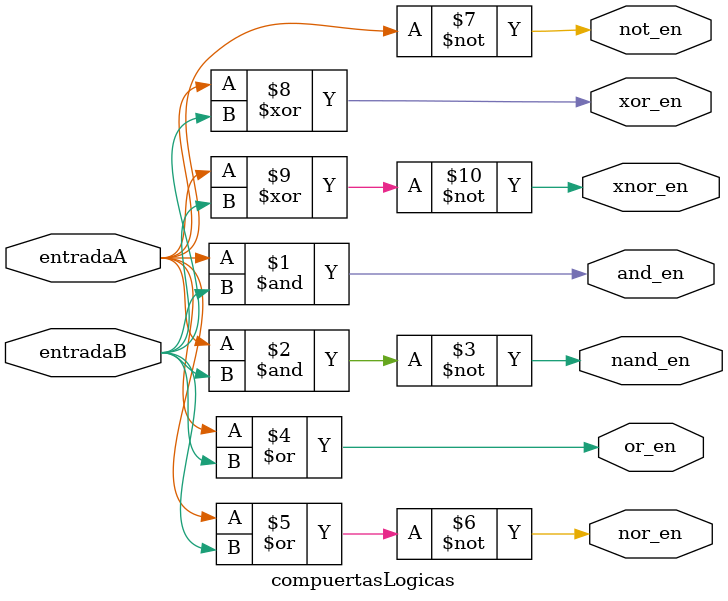
<source format=v>

module compuertasLogicas(
    input entradaA,
    input entradaB,
    output and_en,    // Habilitar AND
    output nand_en,   // Habilitar NAND
    output or_en,     // Habilitar OR
    output nor_en,    // Habilitar NOR
    output not_en,    // Habilitar NOT
    output xor_en,    // Habilitar XOR
    output xnor_en,   // Habilitar XNOR
);

    // Compuerta AND
    assign and_en = entradaA & entradaB;
    
    // Compuerta NAND
    assign nand_en = ~(entradaA & entradaB);
    
    // Compuerta OR
    assign or_en = entradaA | entradaB;
    
    // Compuerta NOR
    assign nor_en = ~(entradaA | entradaB);
    
    // Compuerta NOT (solo de entradaA)
    assign not_en = ~entradaA;
    
    // Compuerta XOR
    assign xor_en = entradaA ^ entradaB;
    
    // Compuerta XNOR
    assign xnor_en = ~(entradaA ^ entradaB);

endmodule

</source>
